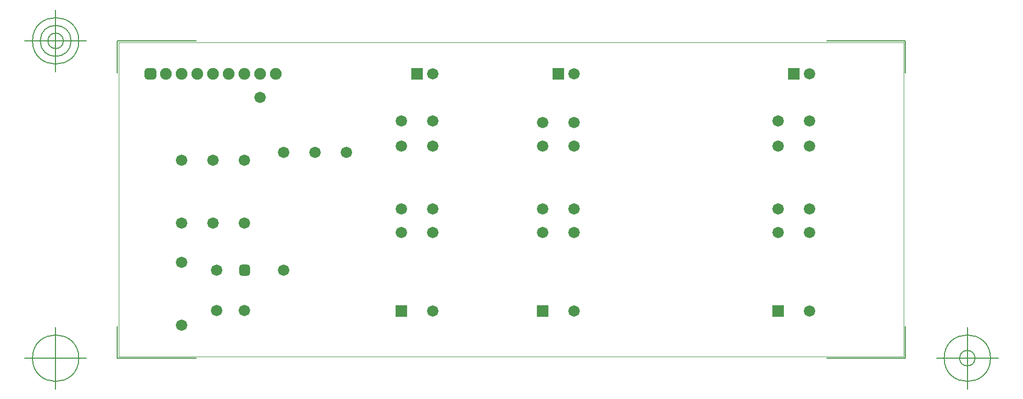
<source format=gbr>
G04 Generated by Ultiboard 14.3 *
%FSLAX25Y25*%
%MOIN*%

%ADD10C,0.00001*%
%ADD11C,0.00004*%
%ADD12C,0.00500*%
%ADD13C,0.00005*%
%ADD14C,0.03917*%
%ADD15C,0.04000*%
%ADD16C,0.07500*%
%ADD17C,0.07200*%
%ADD18R,0.07200X0.07200*%


G04 ColorRGB 9900CC for the following layer *
%LNSolder Mask Bottom*%
%LPD*%
G54D10*
G54D11*
G36*
X16250Y178209D02*
X16250Y181792D01*
X23750Y181792D01*
X23750Y178209D01*
X16250Y178209D01*
G37*
G36*
X18209Y176250D02*
X18209Y183750D01*
X21792Y183750D01*
X21792Y176250D01*
X18209Y176250D01*
G37*
G36*
X76400Y53400D02*
X76400Y56600D01*
X83600Y56600D01*
X83600Y53400D01*
X76400Y53400D01*
G37*
G36*
X78400Y51400D02*
X78400Y58600D01*
X81600Y58600D01*
X81600Y51400D01*
X78400Y51400D01*
G37*
G54D12*
X-997Y-1000D02*
X-997Y19200D01*
X-997Y-1000D02*
X49203Y-1000D01*
X501003Y-1000D02*
X450803Y-1000D01*
X501003Y-1000D02*
X501003Y19200D01*
X501003Y201000D02*
X501003Y180800D01*
X501003Y201000D02*
X450803Y201000D01*
X-997Y201000D02*
X49203Y201000D01*
X-997Y201000D02*
X-997Y180800D01*
X-20683Y-1000D02*
X-60053Y-1000D01*
X-40368Y-20685D02*
X-40368Y18685D01*
X-55131Y-1000D02*
G75*
D01*
G02X-55131Y-1000I14763J0*
G01*
X520688Y-1000D02*
X560058Y-1000D01*
X540373Y-20685D02*
X540373Y18685D01*
X525609Y-1000D02*
G75*
D01*
G02X525609Y-1000I14764J0*
G01*
X535451Y-1000D02*
G75*
D01*
G02X535451Y-1000I4922J0*
G01*
X-20683Y201000D02*
X-60053Y201000D01*
X-40368Y181315D02*
X-40368Y220685D01*
X-55131Y201000D02*
G75*
D01*
G02X-55131Y201000I14763J0*
G01*
X-50210Y201000D02*
G75*
D01*
G02X-50210Y201000I9842J0*
G01*
X-45289Y201000D02*
G75*
D01*
G02X-45289Y201000I4921J0*
G01*
X-997Y-1000D02*
X-997Y19200D01*
X-997Y-1000D02*
X49203Y-1000D01*
X501003Y-1000D02*
X450803Y-1000D01*
X501003Y-1000D02*
X501003Y19200D01*
X501003Y201000D02*
X501003Y180800D01*
X501003Y201000D02*
X450803Y201000D01*
X-997Y201000D02*
X49203Y201000D01*
X-997Y201000D02*
X-997Y180800D01*
X-20683Y-1000D02*
X-60053Y-1000D01*
X-40368Y-20685D02*
X-40368Y18685D01*
X-55131Y-1000D02*
G75*
D01*
G02X-55131Y-1000I14763J0*
G01*
X520688Y-1000D02*
X560058Y-1000D01*
X540373Y-20685D02*
X540373Y18685D01*
X525609Y-1000D02*
G75*
D01*
G02X525609Y-1000I14764J0*
G01*
X535451Y-1000D02*
G75*
D01*
G02X535451Y-1000I4922J0*
G01*
X-20683Y201000D02*
X-60053Y201000D01*
X-40368Y181315D02*
X-40368Y220685D01*
X-55131Y201000D02*
G75*
D01*
G02X-55131Y201000I14763J0*
G01*
X-50210Y201000D02*
G75*
D01*
G02X-50210Y201000I9842J0*
G01*
X-45289Y201000D02*
G75*
D01*
G02X-45289Y201000I4921J0*
G01*
G54D13*
X3Y0D02*
X500003Y0D01*
X500003Y200000D01*
X3Y200000D01*
X3Y0D01*
G54D14*
X18209Y181792D03*
X21792Y181792D03*
X18209Y178209D03*
X21792Y178209D03*
G54D15*
X78400Y56600D03*
X81600Y56600D03*
X78400Y53400D03*
X81600Y53400D03*
G54D16*
X30000Y180000D03*
X90000Y180000D03*
X60000Y180000D03*
X40000Y180000D03*
X50000Y180000D03*
X70000Y180000D03*
X80000Y180000D03*
X100000Y180000D03*
G54D17*
X105000Y130000D03*
X145000Y130000D03*
X125000Y130000D03*
X90000Y165000D03*
X105000Y55000D03*
X440000Y180000D03*
X290000Y180000D03*
X200000Y180000D03*
X40000Y20000D03*
X40000Y60000D03*
X62333Y29333D03*
X80000Y29333D03*
X62333Y55000D03*
X40000Y85000D03*
X40000Y125000D03*
X60000Y85000D03*
X60000Y125000D03*
X80000Y85000D03*
X80000Y125000D03*
X200000Y29033D03*
X180000Y79033D03*
X200000Y79033D03*
X290000Y29033D03*
X270000Y79033D03*
X290000Y79033D03*
X440000Y29033D03*
X420000Y79033D03*
X440000Y79033D03*
X180000Y94033D03*
X180000Y134033D03*
X200000Y134033D03*
X200000Y94033D03*
X270000Y94033D03*
X270000Y134033D03*
X290000Y134033D03*
X290000Y94033D03*
X420000Y94033D03*
X420000Y134033D03*
X440000Y134033D03*
X440000Y94033D03*
X200000Y150000D03*
X180000Y150000D03*
X290000Y149033D03*
X270000Y149033D03*
X440000Y150000D03*
X420000Y150000D03*
G54D18*
X430000Y180000D03*
X280000Y180000D03*
X190000Y180000D03*
X180000Y29033D03*
X270000Y29033D03*
X420000Y29033D03*

M02*

</source>
